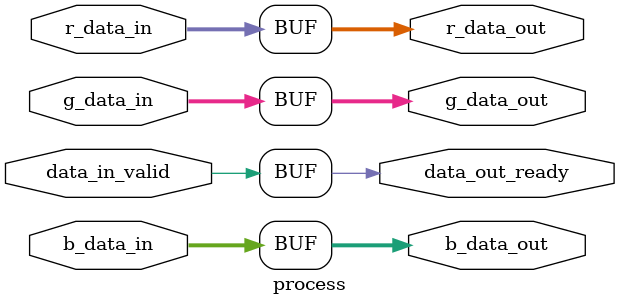
<source format=v>
module process (input wire data_in_valid,
                input wire [7:0] r_data_in,
                input wire [7:0] g_data_in,
                input wire [7:0] b_data_in,
                output reg [7:0] r_data_out,
                output reg [7:0] g_data_out,
                output reg [7:0] b_data_out,
                output wire data_out_ready);
    
    /*wire [7:0] y_data;
    wire [7:0] cb_data;
    wire [7:0] cr_data;
    assign data_out_ready = data_in_valid;
    
    rgb2ycbcr
    rgb2ycbcr_dut (
    .r_data (r_data_in),
    .g_data (g_data_in),
    .b_data (b_data_in),
    .y_data (y_data),
    .cb_data (cb_data),
    .cr_data  (cr_data)
    );
    
    always @(*) begin
        if (cb_data>8'd76&&cb_data<8'd128&&cr_data>8'd132&&cr_data<8'd174) begin
            r_data_out = 8'd255;
            g_data_out = 8'd255;
            b_data_out = 8'd255;
        end
        else begin
            r_data_out = 8'd0;
            g_data_out = 8'd0;
            b_data_out = 8'd0;
        end
    end*/
    assign data_out_ready = data_in_valid;
    always @(*) begin
        r_data_out = r_data_in;
        g_data_out = g_data_in;
        b_data_out = b_data_in;
    end
    
endmodule

</source>
